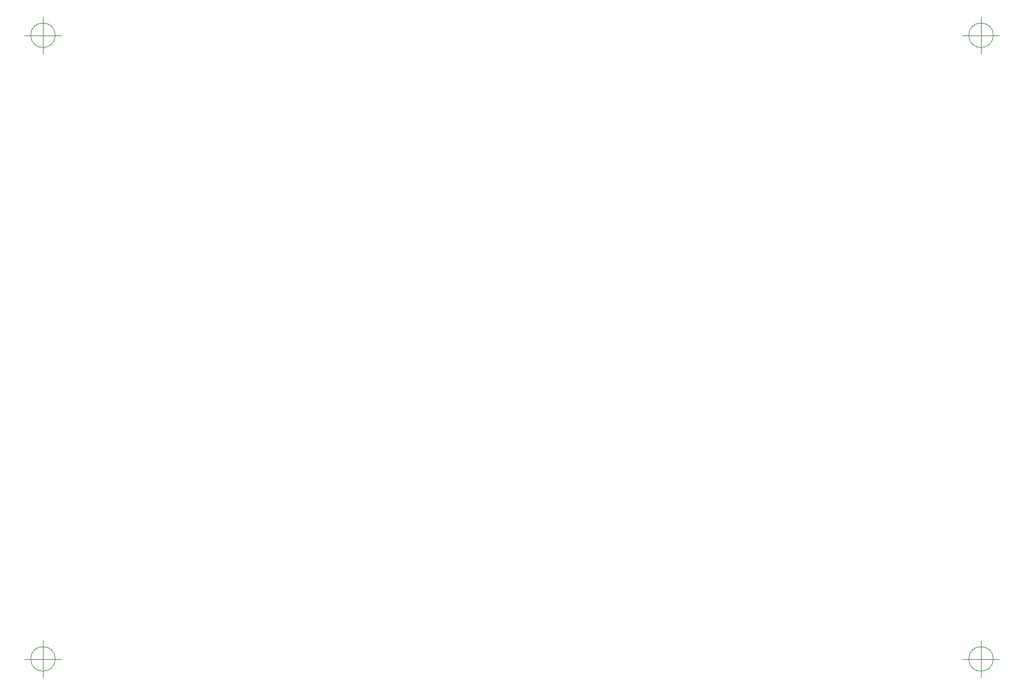
<source format=gbr>
%TF.GenerationSoftware,KiCad,Pcbnew,(5.1.9-0-10_14)*%
%TF.CreationDate,2021-03-06T16:34:47+01:00*%
%TF.ProjectId,Breadboard,42726561-6462-46f6-9172-642e6b696361,rev?*%
%TF.SameCoordinates,Original*%
%TF.FileFunction,Profile,NP*%
%FSLAX46Y46*%
G04 Gerber Fmt 4.6, Leading zero omitted, Abs format (unit mm)*
G04 Created by KiCad (PCBNEW (5.1.9-0-10_14)) date 2021-03-06 16:34:47*
%MOMM*%
%LPD*%
G01*
G04 APERTURE LIST*
%TA.AperFunction,Profile*%
%ADD10C,0.050000*%
%TD*%
G04 APERTURE END LIST*
D10*
X69738666Y-132588000D02*
G75*
G03*
X69738666Y-132588000I-1666666J0D01*
G01*
X65572000Y-132588000D02*
X70572000Y-132588000D01*
X68072000Y-130088000D02*
X68072000Y-135088000D01*
X69738666Y-47752000D02*
G75*
G03*
X69738666Y-47752000I-1666666J0D01*
G01*
X65572000Y-47752000D02*
X70572000Y-47752000D01*
X68072000Y-45252000D02*
X68072000Y-50252000D01*
X197246666Y-47752000D02*
G75*
G03*
X197246666Y-47752000I-1666666J0D01*
G01*
X193080000Y-47752000D02*
X198080000Y-47752000D01*
X195580000Y-45252000D02*
X195580000Y-50252000D01*
X197246666Y-132588000D02*
G75*
G03*
X197246666Y-132588000I-1666666J0D01*
G01*
X193080000Y-132588000D02*
X198080000Y-132588000D01*
X195580000Y-130088000D02*
X195580000Y-135088000D01*
M02*

</source>
